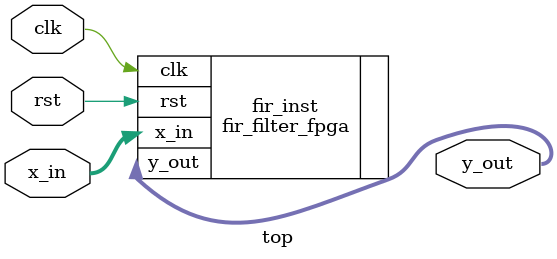
<source format=sv>
module top (
    input  wire clk,        // FPGA clock
    input  wire rst,        // Reset (button or switch)
    input  wire signed [15:0] x_in,   // Input sample
    output wire signed [31:0] y_out   // Filtered output
);

    // Instantiate FIR filter
    fir_filter_fpga fir_inst (
        .clk(clk),
        .rst(rst),
        .x_in(x_in),
        .y_out(y_out)
    );

endmodule

</source>
